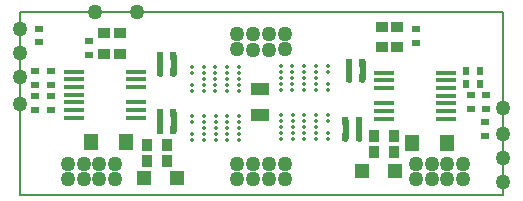
<source format=gbr>
G04 #@! TF.GenerationSoftware,KiCad,Pcbnew,(5.1.9)-1*
G04 #@! TF.CreationDate,2021-10-23T14:42:36-07:00*
G04 #@! TF.ProjectId,Buffer - Rev D,42756666-6572-4202-9d20-52657620442e,rev?*
G04 #@! TF.SameCoordinates,Original*
G04 #@! TF.FileFunction,Soldermask,Top*
G04 #@! TF.FilePolarity,Negative*
%FSLAX46Y46*%
G04 Gerber Fmt 4.6, Leading zero omitted, Abs format (unit mm)*
G04 Created by KiCad (PCBNEW (5.1.9)-1) date 2021-10-23 14:42:36*
%MOMM*%
%LPD*%
G01*
G04 APERTURE LIST*
G04 #@! TA.AperFunction,Profile*
%ADD10C,0.200000*%
G04 #@! TD*
%ADD11R,1.750000X0.300000*%
%ADD12R,1.300000X1.400000*%
%ADD13C,1.270000*%
%ADD14R,1.000000X0.889000*%
%ADD15R,0.711000X0.508000*%
%ADD16R,1.500000X1.016000*%
%ADD17R,1.193800X1.193800*%
%ADD18R,0.889000X1.000000*%
%ADD19R,0.508000X0.711000*%
%ADD20C,0.350000*%
%ADD21C,0.254000*%
%ADD22C,0.500000*%
G04 APERTURE END LIST*
D10*
X126959360Y-92776040D02*
X126959360Y-108270040D01*
X167853360Y-92776040D02*
X126959360Y-92776040D01*
X167853360Y-108270040D02*
X167853360Y-92776040D01*
X126959360Y-108270040D02*
X167853360Y-108270040D01*
D11*
X136813360Y-97820040D03*
X131563360Y-97820040D03*
X131563360Y-98470040D03*
X131563360Y-99120040D03*
X131563360Y-99770040D03*
X131563360Y-100420040D03*
X131563360Y-101070040D03*
X131563360Y-101720040D03*
X136813360Y-98470040D03*
X136813360Y-99120040D03*
X136813360Y-100420040D03*
X136813360Y-101070040D03*
X136813360Y-101720040D03*
X157809660Y-101801840D03*
X163059660Y-101801840D03*
X163059660Y-101151840D03*
X163059660Y-100501840D03*
X163059660Y-99851840D03*
X163059660Y-99201840D03*
X163059660Y-98551840D03*
X163059660Y-97901840D03*
X157809660Y-101151840D03*
X157809660Y-100501840D03*
X157809660Y-99201840D03*
X157809660Y-98551840D03*
X157809660Y-97901840D03*
D12*
X133002360Y-103761540D03*
X135902360Y-103761540D03*
X163080360Y-103825040D03*
X160180360Y-103825040D03*
D13*
X148055560Y-95970040D03*
X146709360Y-95970040D03*
D14*
X157652545Y-94016099D03*
X157652545Y-95716099D03*
X135468360Y-96293040D03*
X135468360Y-94593040D03*
X158922545Y-94016099D03*
X158922545Y-95716099D03*
X134071360Y-96293040D03*
X134071360Y-94593040D03*
D15*
X128259360Y-99903040D03*
X128259360Y-101037040D03*
X166329360Y-103249040D03*
X166329360Y-102115040D03*
D16*
X147266660Y-99274340D03*
X147266660Y-101492340D03*
D17*
X140297360Y-106809540D03*
X137500360Y-106809540D03*
X155912360Y-106238040D03*
X158709360Y-106238040D03*
D13*
X136865360Y-92776040D03*
X145374360Y-95935140D03*
X145374360Y-94665140D03*
X149374860Y-95935140D03*
X148041360Y-94665140D03*
X149374860Y-94665140D03*
X146707860Y-94665140D03*
X148041360Y-106873040D03*
X149374860Y-106873040D03*
X135023860Y-106873040D03*
X164487860Y-106949240D03*
X163154360Y-106873040D03*
X160487360Y-105603040D03*
X160487360Y-106873040D03*
X163154360Y-105603040D03*
X161820860Y-105603040D03*
X161820860Y-106873040D03*
X164487860Y-105603040D03*
X167853360Y-100904040D03*
X146707860Y-106873040D03*
X145374360Y-106873040D03*
X149374860Y-105603040D03*
X148041360Y-105603040D03*
X146707860Y-105603040D03*
X145374360Y-105603040D03*
X133690360Y-105603040D03*
X132356860Y-105603040D03*
X135023860Y-105603040D03*
X133690360Y-106873040D03*
X132356860Y-106873040D03*
X131023360Y-105603040D03*
X131023360Y-106873040D03*
X133309360Y-92776040D03*
X126959360Y-94173040D03*
X167853360Y-105095040D03*
X167853360Y-103063040D03*
X126959360Y-100539040D03*
X167853360Y-107127040D03*
X126959360Y-96205040D03*
X126959360Y-98237040D03*
D15*
X128559360Y-95337040D03*
X128559360Y-94203040D03*
X129559360Y-97797040D03*
X129559360Y-98931040D03*
D18*
X139418921Y-104010794D03*
X137718921Y-104010794D03*
X139405053Y-105349040D03*
X137705053Y-105349040D03*
X156894160Y-103291640D03*
X158594160Y-103291640D03*
X156894160Y-104637840D03*
X158594160Y-104637840D03*
D15*
X165186360Y-99829040D03*
X165186360Y-100963040D03*
D19*
X165880360Y-97729040D03*
X164746360Y-97729040D03*
X139926360Y-97870040D03*
X138792360Y-97870040D03*
X139926360Y-102743040D03*
X138792360Y-102743040D03*
X154492360Y-103370040D03*
X155626360Y-103370040D03*
X154792360Y-98370040D03*
X155926360Y-98370040D03*
D20*
X145520553Y-103569998D03*
X144520553Y-103569998D03*
X143520553Y-103569998D03*
X142520553Y-103569998D03*
X141520553Y-103569998D03*
X145520553Y-103069998D03*
X144520553Y-103069998D03*
X143520553Y-103069998D03*
X142520553Y-103069998D03*
X141520553Y-103069998D03*
X145520553Y-102569998D03*
X144520553Y-102569998D03*
X143520553Y-102569998D03*
X142520553Y-102569998D03*
X145520553Y-102069998D03*
X144520553Y-102069998D03*
X143520553Y-102069998D03*
X142520553Y-102069998D03*
X141520553Y-102069998D03*
X145520553Y-101569998D03*
X144520553Y-101569998D03*
X143520553Y-101569998D03*
X142520553Y-101569998D03*
X141520553Y-101569998D03*
X145507853Y-99447698D03*
X144507853Y-99447698D03*
X143507853Y-99447698D03*
X142507853Y-99447698D03*
X141507853Y-99447698D03*
X145507853Y-98947698D03*
X144507853Y-98947698D03*
X143507853Y-98947698D03*
X142507853Y-98947698D03*
X141507853Y-98947698D03*
X145507853Y-98447698D03*
X144507853Y-98447698D03*
X143507853Y-98447698D03*
X142507853Y-98447698D03*
X145507853Y-97947698D03*
X144507853Y-97947698D03*
X143507853Y-97947698D03*
X142507853Y-97947698D03*
X141507853Y-97947698D03*
X145507853Y-97447698D03*
X144507853Y-97447698D03*
X143507853Y-97447698D03*
X142507853Y-97447698D03*
X141507853Y-97447698D03*
X149038560Y-101506498D03*
X150038560Y-101506498D03*
X151038560Y-101506498D03*
X152038560Y-101506498D03*
X153038560Y-101506498D03*
X149038560Y-102006498D03*
X150038560Y-102006498D03*
X151038560Y-102006498D03*
X152038560Y-102006498D03*
X153038560Y-102006498D03*
X149038560Y-102506498D03*
X150038560Y-102506498D03*
X151038560Y-102506498D03*
X152038560Y-102506498D03*
X149038560Y-103006498D03*
X150038560Y-103006498D03*
X151038560Y-103006498D03*
X152038560Y-103006498D03*
X153038560Y-103006498D03*
X149038560Y-103506498D03*
X150038560Y-103506498D03*
X151038560Y-103506498D03*
X152038560Y-103506498D03*
X153038560Y-103506498D03*
X149027153Y-97384198D03*
X150027153Y-97384198D03*
X151027153Y-97384198D03*
X152027153Y-97384198D03*
X153027153Y-97384198D03*
X149027153Y-97884198D03*
X150027153Y-97884198D03*
X151027153Y-97884198D03*
X152027153Y-97884198D03*
X153027153Y-97884198D03*
X149027153Y-98384198D03*
X150027153Y-98384198D03*
X151027153Y-98384198D03*
X152027153Y-98384198D03*
X149027153Y-98884198D03*
X150027153Y-98884198D03*
X151027153Y-98884198D03*
X152027153Y-98884198D03*
X153027153Y-98884198D03*
X149027153Y-99384198D03*
X150027153Y-99384198D03*
X151027153Y-99384198D03*
X152027153Y-99384198D03*
X153027153Y-99384198D03*
D19*
X165880360Y-98872040D03*
X164746360Y-98872040D03*
D15*
X128259360Y-98931040D03*
X128259360Y-97797040D03*
X129559360Y-99903040D03*
X129559360Y-101037040D03*
X132801360Y-95257040D03*
X132801360Y-96391040D03*
D19*
X138792360Y-96470040D03*
X139926360Y-96470040D03*
X138792360Y-101343040D03*
X139926360Y-101343040D03*
X154492360Y-101970040D03*
X155626360Y-101970040D03*
X154792360Y-97070040D03*
X155926360Y-97070040D03*
D15*
X160487360Y-94241040D03*
X160487360Y-95375040D03*
X166456360Y-100963040D03*
X166456360Y-99829040D03*
D21*
X138878163Y-96300437D02*
X138922760Y-96408103D01*
X138922760Y-97932377D01*
X138878163Y-98040043D01*
X138795760Y-98074176D01*
X138713357Y-98040043D01*
X138668760Y-97932377D01*
X138668760Y-96408103D01*
X138713357Y-96300437D01*
X138795760Y-96266304D01*
X138878163Y-96300437D01*
D22*
G36*
X138878163Y-96300437D02*
G01*
X138922760Y-96408103D01*
X138922760Y-97932377D01*
X138878163Y-98040043D01*
X138795760Y-98074176D01*
X138713357Y-98040043D01*
X138668760Y-97932377D01*
X138668760Y-96408103D01*
X138713357Y-96300437D01*
X138795760Y-96266304D01*
X138878163Y-96300437D01*
G37*
D21*
X140011003Y-96328769D02*
X140055600Y-96436435D01*
X140055600Y-97960709D01*
X140011003Y-98068375D01*
X139928600Y-98102508D01*
X139846197Y-98068375D01*
X139801600Y-97960709D01*
X139801600Y-96436435D01*
X139846197Y-96328769D01*
X139928600Y-96294636D01*
X140011003Y-96328769D01*
D22*
G36*
X140011003Y-96328769D02*
G01*
X140055600Y-96436435D01*
X140055600Y-97960709D01*
X140011003Y-98068375D01*
X139928600Y-98102508D01*
X139846197Y-98068375D01*
X139801600Y-97960709D01*
X139801600Y-96436435D01*
X139846197Y-96328769D01*
X139928600Y-96294636D01*
X140011003Y-96328769D01*
G37*
D21*
X138874199Y-101168501D02*
X138917680Y-101273473D01*
X138917680Y-102812901D01*
X138873572Y-102919011D01*
X138792510Y-102952230D01*
X138710920Y-102918015D01*
X138666895Y-102810797D01*
X138670631Y-101273739D01*
X138714423Y-101168557D01*
X138794448Y-101135467D01*
X138874199Y-101168501D01*
D22*
G36*
X138874199Y-101168501D02*
G01*
X138917680Y-101273473D01*
X138917680Y-102812901D01*
X138873572Y-102919011D01*
X138792510Y-102952230D01*
X138710920Y-102918015D01*
X138666895Y-102810797D01*
X138670631Y-101273739D01*
X138714423Y-101168557D01*
X138794448Y-101135467D01*
X138874199Y-101168501D01*
G37*
D21*
X140009579Y-101160881D02*
X140053060Y-101265853D01*
X140053060Y-102805281D01*
X140008952Y-102911391D01*
X139927890Y-102944610D01*
X139846300Y-102910395D01*
X139802275Y-102803177D01*
X139806011Y-101266119D01*
X139849803Y-101160937D01*
X139929828Y-101127847D01*
X140009579Y-101160881D01*
D22*
G36*
X140009579Y-101160881D02*
G01*
X140053060Y-101265853D01*
X140053060Y-102805281D01*
X140008952Y-102911391D01*
X139927890Y-102944610D01*
X139846300Y-102910395D01*
X139802275Y-102803177D01*
X139806011Y-101266119D01*
X139849803Y-101160937D01*
X139929828Y-101127847D01*
X140009579Y-101160881D01*
G37*
D21*
X154873102Y-96886833D02*
X154917492Y-96993712D01*
X154919327Y-98445598D01*
X154874896Y-98553153D01*
X154792659Y-98587247D01*
X154710277Y-98553123D01*
X154665680Y-98445457D01*
X154665680Y-96993573D01*
X154709905Y-96886805D01*
X154791433Y-96853035D01*
X154873102Y-96886833D01*
D22*
G36*
X154873102Y-96886833D02*
G01*
X154917492Y-96993712D01*
X154919327Y-98445598D01*
X154874896Y-98553153D01*
X154792659Y-98587247D01*
X154710277Y-98553123D01*
X154665680Y-98445457D01*
X154665680Y-96993573D01*
X154709905Y-96886805D01*
X154791433Y-96853035D01*
X154873102Y-96886833D01*
G37*
D21*
X156011022Y-96874133D02*
X156055412Y-96981012D01*
X156057247Y-98432898D01*
X156012816Y-98540453D01*
X155930579Y-98574547D01*
X155848197Y-98540423D01*
X155803600Y-98432757D01*
X155803600Y-96980873D01*
X155847825Y-96874105D01*
X155929353Y-96840335D01*
X156011022Y-96874133D01*
D22*
G36*
X156011022Y-96874133D02*
G01*
X156055412Y-96981012D01*
X156057247Y-98432898D01*
X156012816Y-98540453D01*
X155930579Y-98574547D01*
X155848197Y-98540423D01*
X155803600Y-98432757D01*
X155803600Y-96980873D01*
X155847825Y-96874105D01*
X155929353Y-96840335D01*
X156011022Y-96874133D01*
G37*
D21*
X154575121Y-101868657D02*
X154620319Y-101975250D01*
X154622141Y-103416751D01*
X154575562Y-103531896D01*
X154487368Y-103570761D01*
X154403748Y-103538266D01*
X154358340Y-103430881D01*
X154358340Y-101989379D01*
X154404724Y-101875014D01*
X154492218Y-101836480D01*
X154575121Y-101868657D01*
D22*
G36*
X154575121Y-101868657D02*
G01*
X154620319Y-101975250D01*
X154622141Y-103416751D01*
X154575562Y-103531896D01*
X154487368Y-103570761D01*
X154403748Y-103538266D01*
X154358340Y-103430881D01*
X154358340Y-101989379D01*
X154404724Y-101875014D01*
X154492218Y-101836480D01*
X154575121Y-101868657D01*
G37*
D21*
X155711302Y-101870939D02*
X155755692Y-101977818D01*
X155757527Y-103429704D01*
X155713096Y-103537259D01*
X155630859Y-103571353D01*
X155548477Y-103537229D01*
X155503880Y-103429563D01*
X155503880Y-101977679D01*
X155548105Y-101870911D01*
X155629633Y-101837141D01*
X155711302Y-101870939D01*
D22*
G36*
X155711302Y-101870939D02*
G01*
X155755692Y-101977818D01*
X155757527Y-103429704D01*
X155713096Y-103537259D01*
X155630859Y-103571353D01*
X155548477Y-103537229D01*
X155503880Y-103429563D01*
X155503880Y-101977679D01*
X155548105Y-101870911D01*
X155629633Y-101837141D01*
X155711302Y-101870939D01*
G37*
M02*

</source>
